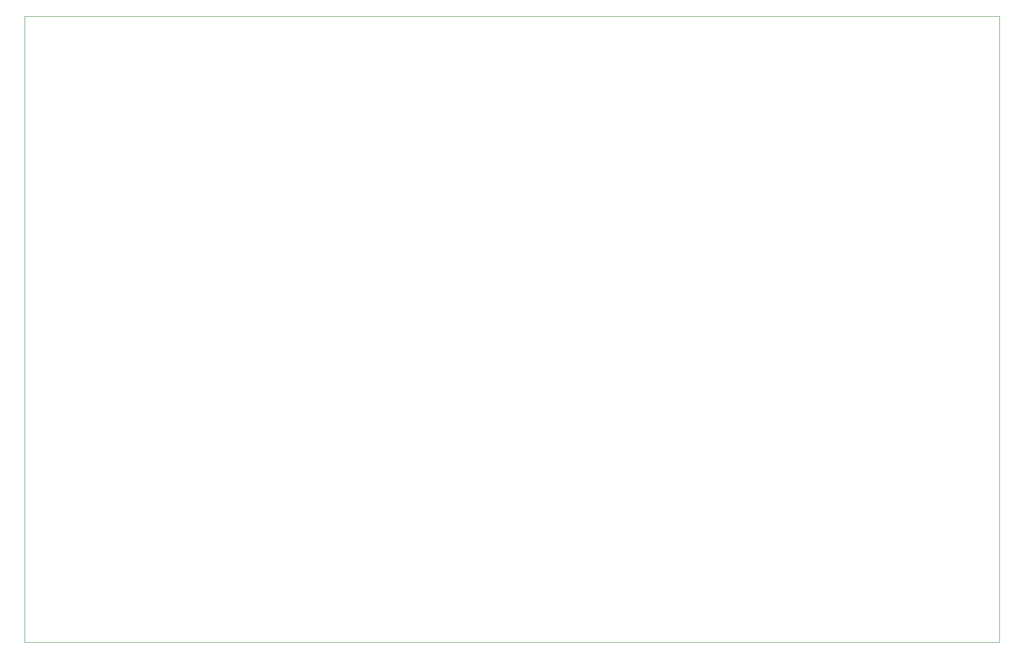
<source format=gbr>
%TF.GenerationSoftware,KiCad,Pcbnew,6.0.11-2627ca5db0~126~ubuntu22.04.1*%
%TF.CreationDate,2023-02-11T20:38:48-05:00*%
%TF.ProjectId,psu,7073752e-6b69-4636-9164-5f7063625858,rev?*%
%TF.SameCoordinates,Original*%
%TF.FileFunction,Profile,NP*%
%FSLAX46Y46*%
G04 Gerber Fmt 4.6, Leading zero omitted, Abs format (unit mm)*
G04 Created by KiCad (PCBNEW 6.0.11-2627ca5db0~126~ubuntu22.04.1) date 2023-02-11 20:38:48*
%MOMM*%
%LPD*%
G01*
G04 APERTURE LIST*
%TA.AperFunction,Profile*%
%ADD10C,0.100000*%
%TD*%
G04 APERTURE END LIST*
D10*
X203200000Y-139700000D02*
X25400000Y-139700000D01*
X203200000Y-25400000D02*
X203200000Y-139700000D01*
X25400000Y-25400000D02*
X203200000Y-25400000D01*
X25400000Y-139700000D02*
X25400000Y-25400000D01*
M02*

</source>
